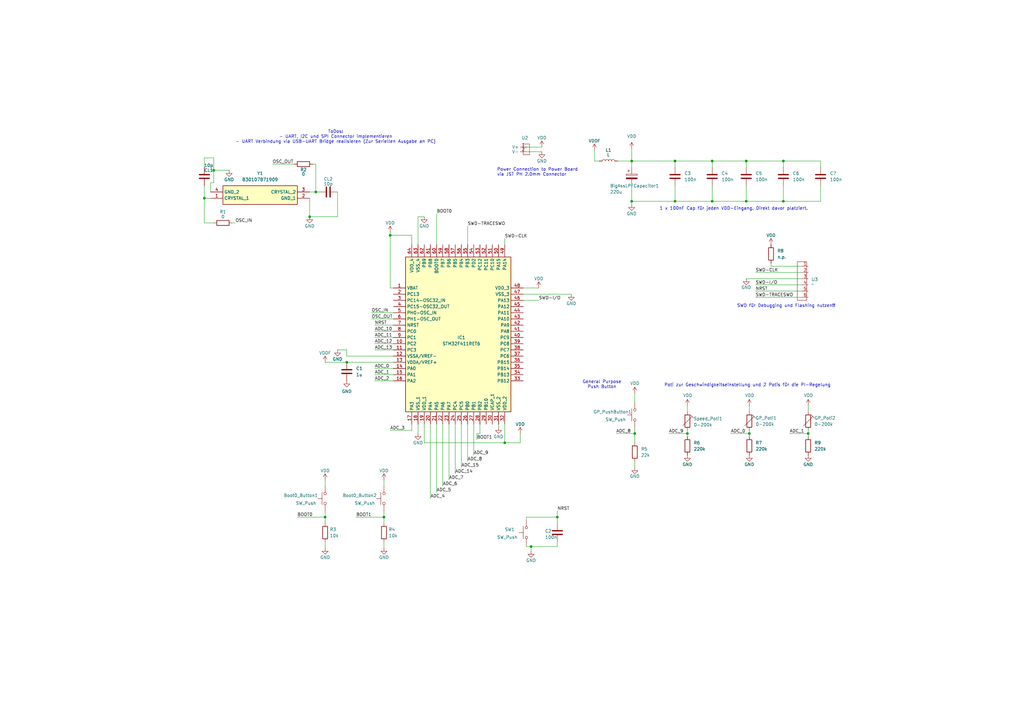
<source format=kicad_sch>
(kicad_sch (version 20231120) (generator "eeschema") (generator_version "8.0")
  (paper "A3")
  (lib_symbols
    (symbol "830107871909:830107871909"
      (property "Reference" "Y" (at 36.83 7.62 0))
      (property "Value" "830107871909" (at 36.83 5.08 0))
      (symbol "830107871909_1_1"
        (rectangle (start 5.08 2.54) (end 35.56 -5.08) (stroke (width 0.254)) (fill (type background)))
        (pin passive line (at 0 -2.54 0) (length 5.08) (name "CRYSTAL_1") (number "1"))
        (pin passive line (at 40.64 -2.54 180) (length 5.08) (name "GND_1") (number "2"))
        (pin passive line (at 40.64 0 180) (length 5.08) (name "CRYSTAL_2") (number "3"))
        (pin passive line (at 0 0 0) (length 5.08) (name "GND_2") (number "4"))
      )
    )
    (symbol "Device:C" (pin_numbers hide) (pin_names (offset 0.254))
      (property "Reference" "C" (at 0.635 2.54 0))
      (property "Value" "C" (at 0.635 -2.54 0))
      (symbol "C_0_1"
        (polyline (pts (xy -2.032 -0.762) (xy 2.032 -0.762)) (stroke (width 0.508)))
        (polyline (pts (xy -2.032 0.762) (xy 2.032 0.762)) (stroke (width 0.508)))
      )
      (symbol "C_1_1"
        (pin passive line (at 0 3.81 270) (length 2.794) (name "~") (number "1"))
        (pin passive line (at 0 -3.81 90) (length 2.794) (name "~") (number "2"))
      )
    )
    (symbol "Device:C_Polarized" (pin_numbers hide) (pin_names (offset 0.254))
      (property "Reference" "C" (at 0.635 2.54 0))
      (property "Value" "C_Polarized" (at 0.635 -2.54 0))
      (symbol "C_Polarized_0_1"
        (rectangle (start -2.286 0.508) (end 2.286 1.016))
        (polyline (pts (xy -1.778 2.286) (xy -0.762 2.286)))
        (polyline (pts (xy -1.27 2.794) (xy -1.27 1.778)))
        (rectangle (start 2.286 -0.508) (end -2.286 -1.016) (fill (type outline)))
      )
      (symbol "C_Polarized_1_1"
        (pin passive line (at 0 3.81 270) (length 2.794) (name "~") (number "1"))
        (pin passive line (at 0 -3.81 90) (length 2.794) (name "~") (number "2"))
      )
    )
    (symbol "Device:L" (pin_numbers hide) (pin_names (offset 1.016) hide)
      (property "Reference" "L" (at -1.27 0 90))
      (property "Value" "L" (at 1.905 0 90))
      (symbol "L_0_1"
        (arc (start 0 -2.54) (mid 0.6323 -1.905) (end 0 -1.27))
        (arc (start 0 -1.27) (mid 0.6323 -0.635) (end 0 0))
        (arc (start 0 0) (mid 0.6323 0.635) (end 0 1.27))
        (arc (start 0 1.27) (mid 0.6323 1.905) (end 0 2.54))
      )
      (symbol "L_1_1"
        (pin passive line (at 0 3.81 270) (length 1.27) (name "1") (number "1"))
        (pin passive line (at 0 -3.81 90) (length 1.27) (name "2") (number "2"))
      )
    )
    (symbol "Device:R" (pin_numbers hide) (pin_names (offset 0))
      (property "Reference" "R" (at 2.032 0 90))
      (property "Value" "R" (at 0 0 90))
      (symbol "R_0_1"
        (rectangle (start -1.016 -2.54) (end 1.016 2.54) (stroke (width 0.254)))
      )
      (symbol "R_1_1"
        (pin passive line (at 0 3.81 270) (length 1.27) (name "~") (number "1"))
        (pin passive line (at 0 -3.81 90) (length 1.27) (name "~") (number "2"))
      )
    )
    (symbol "Device:R_Trim" (pin_numbers hide) (pin_names (offset 0))
      (property "Reference" "R" (at 2.54 -2.54 90))
      (property "Value" "R_Trim" (at -2.54 -0.635 90))
      (symbol "R_Trim_0_1"
        (rectangle (start -1.016 -2.54) (end 1.016 2.54) (stroke (width 0.254)))
        (polyline (pts (xy -1.905 -1.905) (xy 1.905 1.905) (xy 2.54 1.27) (xy 1.27 2.54)))
      )
      (symbol "R_Trim_1_1"
        (pin passive line (at 0 3.81 270) (length 1.27) (name "~") (number "1"))
        (pin passive line (at 0 -3.81 90) (length 1.27) (name "~") (number "2"))
      )
    )
    (symbol "GND_1" (power) (pin_numbers hide) (pin_names (offset 0) hide)
      (property "Value" "GND" (at 0 -3.81 0))
      (symbol "GND_1_0_1"
        (polyline (pts (xy 0 0) (xy 0 -1.27) (xy 1.27 -1.27) (xy 0 -2.54) (xy -1.27 -1.27) (xy 0 -1.27)))
      )
      (symbol "GND_1_1_1"
        (pin power_in line (at 0 0 270) (length 0) (name "~") (number "1"))
      )
    )
    (symbol "GND_2" (power) (pin_numbers hide) (pin_names (offset 0) hide)
      (property "Value" "GND" (at 0 -3.81 0))
      (symbol "GND_2_0_1"
        (polyline (pts (xy 0 0) (xy 0 -1.27) (xy 1.27 -1.27) (xy 0 -2.54) (xy -1.27 -1.27) (xy 0 -1.27)))
      )
      (symbol "GND_2_1_1"
        (pin power_in line (at 0 0 270) (length 0) (name "~") (number "1"))
      )
    )
    (symbol "GND_3" (power) (pin_numbers hide) (pin_names (offset 0) hide)
      (property "Value" "GND" (at 0 -3.81 0))
      (symbol "GND_3_0_1"
        (polyline (pts (xy 0 0) (xy 0 -1.27) (xy 1.27 -1.27) (xy 0 -2.54) (xy -1.27 -1.27) (xy 0 -1.27)))
      )
      (symbol "GND_3_1_1"
        (pin power_in line (at 0 0 270) (length 0) (name "~") (number "1"))
      )
    )
    (symbol "JST_Connectors:JST-PH2.0mm"
      (property "Reference" "U" (at 0 0 0))
      (symbol "JST-PH2.0mm_0_1"
        (rectangle (start -1.27 1.27) (end 1.27 -3.175))
      )
      (symbol "JST-PH2.0mm_1_1"
        (pin input line (at 0 0 180) (length 2.54) (name "V+") (number "1"))
        (pin input line (at 0 -1.905 180) (length 2.54) (name "V-") (number "2"))
      )
    )
    (symbol "JST_Connectors:JST-PH_2mm_6Pin"
      (property "Reference" "U" (at 0 0 0))
      (symbol "JST-PH_2mm_6Pin_0_1"
        (rectangle (start -1.905 5.715) (end 1.905 -10.16))
      )
      (symbol "JST-PH_2mm_6Pin_1_1"
        (pin input line (at 0 3.81 0) (length 2.54) (name "") (number "1"))
        (pin input line (at 0 1.27 0) (length 2.54) (name "") (number "2"))
        (pin input line (at 0 -1.27 0) (length 2.54) (name "") (number "3"))
        (pin input line (at 0 -3.81 0) (length 2.54) (name "") (number "4"))
        (pin input line (at 0 -6.35 0) (length 2.54) (name "") (number "5"))
        (pin input line (at 0 -8.89 0) (length 2.54) (name "") (number "6"))
      )
    )
    (symbol "STM32F411RET6:STM32F411RET6"
      (property "Reference" "IC" (at 49.53 17.78 0))
      (property "Value" "STM32F411RET6" (at 49.53 15.24 0))
      (symbol "STM32F411RET6_1_1"
        (rectangle (start 5.08 12.7) (end 48.26 -50.8) (stroke (width 0.254)) (fill (type background)))
        (pin passive line (at 0 0 0) (length 5.08) (name "VBAT") (number "1"))
        (pin passive line (at 0 -22.86 0) (length 5.08) (name "PC2") (number "10"))
        (pin passive line (at 0 -25.4 0) (length 5.08) (name "PC3") (number "11"))
        (pin passive line (at 0 -27.94 0) (length 5.08) (name "VSSA/VREF-") (number "12"))
        (pin passive line (at 0 -30.48 0) (length 5.08) (name "VDDA/VREF+") (number "13"))
        (pin passive line (at 0 -33.02 0) (length 5.08) (name "PA0") (number "14"))
        (pin passive line (at 0 -35.56 0) (length 5.08) (name "PA1") (number "15"))
        (pin passive line (at 0 -38.1 0) (length 5.08) (name "PA2") (number "16"))
        (pin passive line (at 7.62 -55.88 90) (length 5.08) (name "PA3") (number "17"))
        (pin passive line (at 10.16 -55.88 90) (length 5.08) (name "VSS_1") (number "18"))
        (pin passive line (at 12.7 -55.88 90) (length 5.08) (name "VDD_1") (number "19"))
        (pin passive line (at 0 -2.54 0) (length 5.08) (name "PC13") (number "2"))
        (pin passive line (at 15.24 -55.88 90) (length 5.08) (name "PA4") (number "20"))
        (pin passive line (at 17.78 -55.88 90) (length 5.08) (name "PA5") (number "21"))
        (pin passive line (at 20.32 -55.88 90) (length 5.08) (name "PA6") (number "22"))
        (pin passive line (at 22.86 -55.88 90) (length 5.08) (name "PA7") (number "23"))
        (pin passive line (at 25.4 -55.88 90) (length 5.08) (name "PC4") (number "24"))
        (pin passive line (at 27.94 -55.88 90) (length 5.08) (name "PC5") (number "25"))
        (pin passive line (at 30.48 -55.88 90) (length 5.08) (name "PB0") (number "26"))
        (pin passive line (at 33.02 -55.88 90) (length 5.08) (name "PB1") (number "27"))
        (pin passive line (at 35.56 -55.88 90) (length 5.08) (name "PB2") (number "28"))
        (pin passive line (at 38.1 -55.88 90) (length 5.08) (name "PB10") (number "29"))
        (pin passive line (at 0 -5.08 0) (length 5.08) (name "PC14-OSC32_IN") (number "3"))
        (pin passive line (at 40.64 -55.88 90) (length 5.08) (name "VCAP_1") (number "30"))
        (pin passive line (at 43.18 -55.88 90) (length 5.08) (name "VSS_2") (number "31"))
        (pin passive line (at 45.72 -55.88 90) (length 5.08) (name "VDD_2") (number "32"))
        (pin passive line (at 53.34 -38.1 180) (length 5.08) (name "PB12") (number "33"))
        (pin passive line (at 53.34 -35.56 180) (length 5.08) (name "PB13") (number "34"))
        (pin passive line (at 53.34 -33.02 180) (length 5.08) (name "PB14") (number "35"))
        (pin passive line (at 53.34 -30.48 180) (length 5.08) (name "PB15") (number "36"))
        (pin passive line (at 53.34 -27.94 180) (length 5.08) (name "PC6") (number "37"))
        (pin passive line (at 53.34 -25.4 180) (length 5.08) (name "PC7") (number "38"))
        (pin passive line (at 53.34 -22.86 180) (length 5.08) (name "PC8") (number "39"))
        (pin passive line (at 0 -7.62 0) (length 5.08) (name "PC15-OSC32_OUT") (number "4"))
        (pin passive line (at 53.34 -20.32 180) (length 5.08) (name "PC9") (number "40"))
        (pin passive line (at 53.34 -17.78 180) (length 5.08) (name "PA8") (number "41"))
        (pin passive line (at 53.34 -15.24 180) (length 5.08) (name "PA9") (number "42"))
        (pin passive line (at 53.34 -12.7 180) (length 5.08) (name "PA10") (number "43"))
        (pin passive line (at 53.34 -10.16 180) (length 5.08) (name "PA11") (number "44"))
        (pin passive line (at 53.34 -7.62 180) (length 5.08) (name "PA12") (number "45"))
        (pin passive line (at 53.34 -5.08 180) (length 5.08) (name "PA13") (number "46"))
        (pin passive line (at 53.34 -2.54 180) (length 5.08) (name "VSS_3") (number "47"))
        (pin passive line (at 53.34 0 180) (length 5.08) (name "VDD_3") (number "48"))
        (pin passive line (at 45.72 17.78 270) (length 5.08) (name "PA14") (number "49"))
        (pin passive line (at 0 -10.16 0) (length 5.08) (name "PH0-OSC_IN") (number "5"))
        (pin passive line (at 43.18 17.78 270) (length 5.08) (name "PA15") (number "50"))
        (pin passive line (at 40.64 17.78 270) (length 5.08) (name "PC10") (number "51"))
        (pin passive line (at 38.1 17.78 270) (length 5.08) (name "PC11") (number "52"))
        (pin passive line (at 35.56 17.78 270) (length 5.08) (name "PC12") (number "53"))
        (pin passive line (at 33.02 17.78 270) (length 5.08) (name "PD2") (number "54"))
        (pin passive line (at 30.48 17.78 270) (length 5.08) (name "PB3") (number "55"))
        (pin passive line (at 27.94 17.78 270) (length 5.08) (name "PB4") (number "56"))
        (pin passive line (at 25.4 17.78 270) (length 5.08) (name "PB5") (number "57"))
        (pin passive line (at 22.86 17.78 270) (length 5.08) (name "PB6") (number "58"))
        (pin passive line (at 20.32 17.78 270) (length 5.08) (name "PB7") (number "59"))
        (pin passive line (at 0 -12.7 0) (length 5.08) (name "PH1-OSC_OUT") (number "6"))
        (pin passive line (at 17.78 17.78 270) (length 5.08) (name "BOOT0") (number "60"))
        (pin passive line (at 15.24 17.78 270) (length 5.08) (name "PB8") (number "61"))
        (pin passive line (at 12.7 17.78 270) (length 5.08) (name "PB9") (number "62"))
        (pin passive line (at 10.16 17.78 270) (length 5.08) (name "VSS_4") (number "63"))
        (pin passive line (at 7.62 17.78 270) (length 5.08) (name "VDD_4") (number "64"))
        (pin passive line (at 0 -15.24 0) (length 5.08) (name "NRST") (number "7"))
        (pin passive line (at 0 -17.78 0) (length 5.08) (name "PC0") (number "8"))
        (pin passive line (at 0 -20.32 0) (length 5.08) (name "PC1") (number "9"))
      )
    )
    (symbol "Switch:SW_Push" (pin_numbers hide) (pin_names (offset 1.016) hide)
      (property "Reference" "SW" (at 1.27 2.54 0))
      (property "Value" "SW_Push" (at 0 -1.524 0))
      (symbol "SW_Push_0_1"
        (circle (center -2.032 0) (radius 0.508))
        (polyline (pts (xy 0 1.27) (xy 0 3.048)))
        (polyline (pts (xy 2.54 1.27) (xy -2.54 1.27)))
        (circle (center 2.032 0) (radius 0.508))
        (pin passive line (at -5.08 0 0) (length 2.54) (name "1") (number "1"))
        (pin passive line (at 5.08 0 180) (length 2.54) (name "2") (number "2"))
      )
    )
    (symbol "VDD_1" (power) (pin_numbers hide) (pin_names (offset 0) hide)
      (property "Value" "VDD" (at 0 3.556 0))
      (symbol "VDD_1_0_1"
        (polyline (pts (xy -0.762 1.27) (xy 0 2.54)))
        (polyline (pts (xy 0 0) (xy 0 2.54)))
        (polyline (pts (xy 0 2.54) (xy 0.762 1.27)))
      )
      (symbol "VDD_1_1_1"
        (pin power_in line (at 0 0 90) (length 0) (name "~") (number "1"))
      )
    )
    (symbol "VDD_2" (power) (pin_numbers hide) (pin_names (offset 0) hide)
      (property "Value" "VDD" (at 0 3.556 0))
      (symbol "VDD_2_0_1"
        (polyline (pts (xy -0.762 1.27) (xy 0 2.54)))
        (polyline (pts (xy 0 0) (xy 0 2.54)))
        (polyline (pts (xy 0 2.54) (xy 0.762 1.27)))
      )
      (symbol "VDD_2_1_1"
        (pin power_in line (at 0 0 90) (length 0) (name "~") (number "1"))
      )
    )
    (symbol "power:GND" (power) (pin_names (offset 0))
      (property "Value" "GND" (at 0 -3.81 0))
      (symbol "GND_0_1"
        (polyline (pts (xy 0 0) (xy 0 -1.27) (xy 1.27 -1.27) (xy 0 -2.54) (xy -1.27 -1.27) (xy 0 -1.27)))
      )
      (symbol "GND_1_1"
        (pin power_in line (at 0 0 270) (length 0) hide (name "GND") (number "1"))
      )
    )
    (symbol "power:VDD" (power) (pin_names (offset 0))
      (property "Value" "VDD" (at 0 3.81 0))
      (symbol "VDD_0_1"
        (polyline (pts (xy -0.762 1.27) (xy 0 2.54)))
        (polyline (pts (xy 0 0) (xy 0 2.54)))
        (polyline (pts (xy 0 2.54) (xy 0.762 1.27)))
      )
      (symbol "VDD_1_1"
        (pin power_in line (at 0 0 90) (length 0) hide (name "VDD") (number "1"))
      )
    )
    (symbol "power:VDDF" (power) (pin_names (offset 0))
      (property "Value" "VDDF" (at 0 3.81 0))
      (symbol "VDDF_0_1"
        (polyline (pts (xy -0.762 1.27) (xy 0 2.54)))
        (polyline (pts (xy 0 0) (xy 0 2.54)))
        (polyline (pts (xy 0 2.54) (xy 0.762 1.27)))
      )
      (symbol "VDDF_1_1"
        (pin power_in line (at 0 0 90) (length 0) hide (name "VDDF") (number "1"))
      )
    )
  )
  (junction (at 217.805 224.155))
  (junction (at 259.08 66.04))
  (junction (at 259.08 82.55))
  (junction (at 133.35 212.09))
  (junction (at 160.02 96.52))
  (junction (at 292.1 82.55))
  (junction (at 331.47 177.8))
  (junction (at 321.31 82.55))
  (junction (at 306.07 82.55))
  (junction (at 276.86 82.55))
  (junction (at 129.54 78.74))
  (junction (at 260.35 177.8))
  (junction (at 307.34 177.8))
  (junction (at 142.24 148.59))
  (junction (at 83.82 81.28))
  (junction (at 207.01 181.61))
  (junction (at 228.6 212.09))
  (junction (at 281.94 177.8))
  (junction (at 87.63 69.85))
  (junction (at 276.86 66.04))
  (junction (at 321.31 66.04))
  (junction (at 157.48 212.09))
  (junction (at 292.1 66.04))
  (junction (at 127 88.9))
  (junction (at 306.07 66.04))
  (wire (pts (xy 316.23 109.22) (xy 328.93 109.22)))
  (wire (pts (xy 127 78.74) (xy 129.54 78.74)))
  (wire (pts (xy 184.15 173.99) (xy 184.15 196.85)))
  (wire (pts (xy 228.6 222.25) (xy 228.6 224.155)))
  (wire (pts (xy 173.99 88.9) (xy 171.45 88.9)))
  (wire (pts (xy 129.54 67.31) (xy 129.54 78.74)))
  (wire (pts (xy 207.01 173.99) (xy 207.01 181.61)))
  (wire (pts (xy 87.63 91.44) (xy 83.82 91.44)))
  (wire (pts (xy 138.43 78.74) (xy 138.43 88.9)))
  (wire (pts (xy 306.07 82.55) (xy 321.31 82.55)))
  (wire (pts (xy 195.58 177.8) (xy 195.58 180.34)))
  (wire (pts (xy 196.85 177.8) (xy 196.85 173.99)))
  (wire (pts (xy 121.92 212.09) (xy 133.35 212.09)))
  (wire (pts (xy 189.23 173.99) (xy 189.23 191.77)))
  (wire (pts (xy 127 81.28) (xy 127 88.9)))
  (wire (pts (xy 128.27 67.31) (xy 129.54 67.31)))
  (wire (pts (xy 228.6 209.55) (xy 228.6 212.09)))
  (wire (pts (xy 331.47 177.8) (xy 331.47 179.07)))
  (wire (pts (xy 306.07 76.2) (xy 306.07 82.55)))
  (wire (pts (xy 292.1 66.04) (xy 292.1 68.58)))
  (wire (pts (xy 160.02 96.52) (xy 168.91 96.52)))
  (wire (pts (xy 160.02 95.25) (xy 160.02 96.52)))
  (wire (pts (xy 153.67 143.51) (xy 161.29 143.51)))
  (wire (pts (xy 260.35 189.23) (xy 260.35 191.77)))
  (wire (pts (xy 260.35 175.26) (xy 260.35 177.8)))
  (wire (pts (xy 171.45 88.9) (xy 171.45 100.33)))
  (wire (pts (xy 179.07 87.63) (xy 179.07 100.33)))
  (wire (pts (xy 307.34 166.37) (xy 307.34 168.91)))
  (wire (pts (xy 228.6 224.155) (xy 217.805 224.155)))
  (wire (pts (xy 259.08 60.96) (xy 259.08 66.04)))
  (wire (pts (xy 86.36 74.93) (xy 87.63 74.93)))
  (wire (pts (xy 142.24 143.51) (xy 142.24 146.05)))
  (wire (pts (xy 157.48 196.85) (xy 157.48 199.39)))
  (wire (pts (xy 142.24 148.59) (xy 161.29 148.59)))
  (wire (pts (xy 191.77 92.71) (xy 191.77 100.33)))
  (wire (pts (xy 245.745 66.04) (xy 243.84 66.04)))
  (wire (pts (xy 243.84 66.04) (xy 243.84 61.595)))
  (wire (pts (xy 146.05 212.09) (xy 157.48 212.09)))
  (wire (pts (xy 281.94 176.53) (xy 281.94 177.8)))
  (wire (pts (xy 214.63 123.19) (xy 220.98 123.19)))
  (wire (pts (xy 307.34 177.8) (xy 307.34 179.07)))
  (wire (pts (xy 95.25 91.44) (xy 96.52 91.44)))
  (wire (pts (xy 153.67 153.67) (xy 161.29 153.67)))
  (wire (pts (xy 207.01 181.61) (xy 213.36 181.61)))
  (wire (pts (xy 83.82 76.2) (xy 83.82 81.28)))
  (wire (pts (xy 281.94 166.37) (xy 281.94 168.91)))
  (wire (pts (xy 274.32 177.8) (xy 281.94 177.8)))
  (wire (pts (xy 299.72 177.8) (xy 307.34 177.8)))
  (wire (pts (xy 215.9 60.325) (xy 222.25 60.325)))
  (wire (pts (xy 316.23 107.95) (xy 316.23 109.22)))
  (wire (pts (xy 133.35 148.59) (xy 142.24 148.59)))
  (wire (pts (xy 153.67 151.13) (xy 161.29 151.13)))
  (wire (pts (xy 276.86 82.55) (xy 292.1 82.55)))
  (wire (pts (xy 133.35 209.55) (xy 133.35 212.09)))
  (wire (pts (xy 259.08 66.04) (xy 276.86 66.04)))
  (wire (pts (xy 153.67 135.89) (xy 161.29 135.89)))
  (wire (pts (xy 194.31 173.99) (xy 194.31 186.69)))
  (wire (pts (xy 213.36 181.61) (xy 213.36 177.8)))
  (wire (pts (xy 83.82 91.44) (xy 83.82 81.28)))
  (wire (pts (xy 307.34 176.53) (xy 307.34 177.8)))
  (wire (pts (xy 153.67 140.97) (xy 161.29 140.97)))
  (wire (pts (xy 160.02 118.11) (xy 161.29 118.11)))
  (wire (pts (xy 160.02 96.52) (xy 160.02 118.11)))
  (wire (pts (xy 321.31 66.04) (xy 336.55 66.04)))
  (wire (pts (xy 321.31 76.2) (xy 321.31 82.55)))
  (wire (pts (xy 306.07 66.04) (xy 306.07 68.58)))
  (wire (pts (xy 292.1 82.55) (xy 306.07 82.55)))
  (wire (pts (xy 228.6 212.09) (xy 228.6 214.63)))
  (wire (pts (xy 306.07 66.04) (xy 321.31 66.04)))
  (wire (pts (xy 214.63 118.11) (xy 220.98 118.11)))
  (wire (pts (xy 160.02 176.53) (xy 168.91 176.53)))
  (wire (pts (xy 195.58 177.8) (xy 196.85 177.8)))
  (wire (pts (xy 253.365 66.04) (xy 259.08 66.04)))
  (wire (pts (xy 215.9 224.155) (xy 217.805 224.155)))
  (wire (pts (xy 207.01 97.79) (xy 207.01 100.33)))
  (wire (pts (xy 259.08 82.55) (xy 259.08 83.82)))
  (wire (pts (xy 138.43 88.9) (xy 127 88.9)))
  (wire (pts (xy 323.85 177.8) (xy 331.47 177.8)))
  (wire (pts (xy 153.67 133.35) (xy 161.29 133.35)))
  (wire (pts (xy 87.63 74.93) (xy 87.63 69.85)))
  (wire (pts (xy 259.08 66.04) (xy 259.08 68.58)))
  (wire (pts (xy 83.82 68.58) (xy 83.82 64.77)))
  (wire (pts (xy 176.53 173.99) (xy 176.53 204.47)))
  (wire (pts (xy 181.61 173.99) (xy 181.61 199.39)))
  (wire (pts (xy 215.9 62.23) (xy 222.25 62.23)))
  (wire (pts (xy 152.4 128.27) (xy 161.29 128.27)))
  (wire (pts (xy 214.63 120.65) (xy 234.315 120.65)))
  (wire (pts (xy 157.48 222.25) (xy 157.48 224.79)))
  (wire (pts (xy 260.35 161.29) (xy 260.35 165.1)))
  (wire (pts (xy 153.67 156.21) (xy 161.29 156.21)))
  (wire (pts (xy 306.07 114.3) (xy 328.93 114.3)))
  (wire (pts (xy 186.69 173.99) (xy 186.69 194.31)))
  (wire (pts (xy 138.43 143.51) (xy 142.24 143.51)))
  (wire (pts (xy 87.63 69.85) (xy 87.63 64.77)))
  (wire (pts (xy 252.73 177.8) (xy 260.35 177.8)))
  (wire (pts (xy 152.4 130.81) (xy 161.29 130.81)))
  (wire (pts (xy 309.88 119.38) (xy 328.93 119.38)))
  (wire (pts (xy 179.07 173.99) (xy 179.07 201.93)))
  (wire (pts (xy 217.805 224.155) (xy 217.805 226.06)))
  (wire (pts (xy 86.36 78.74) (xy 86.36 74.93)))
  (wire (pts (xy 215.9 212.09) (xy 215.9 213.36)))
  (wire (pts (xy 153.67 138.43) (xy 161.29 138.43)))
  (wire (pts (xy 281.94 177.8) (xy 281.94 179.07)))
  (wire (pts (xy 133.35 196.85) (xy 133.35 199.39)))
  (wire (pts (xy 129.54 78.74) (xy 130.81 78.74)))
  (wire (pts (xy 168.91 176.53) (xy 168.91 173.99)))
  (wire (pts (xy 260.35 177.8) (xy 260.35 181.61)))
  (wire (pts (xy 321.31 66.04) (xy 321.31 68.58)))
  (wire (pts (xy 309.88 111.76) (xy 328.93 111.76)))
  (wire (pts (xy 191.77 173.99) (xy 191.77 189.23)))
  (wire (pts (xy 215.9 212.09) (xy 228.6 212.09)))
  (wire (pts (xy 276.86 66.04) (xy 292.1 66.04)))
  (wire (pts (xy 87.63 69.85) (xy 93.98 69.85)))
  (wire (pts (xy 331.47 176.53) (xy 331.47 177.8)))
  (wire (pts (xy 111.76 67.31) (xy 120.65 67.31)))
  (wire (pts (xy 83.82 81.28) (xy 86.36 81.28)))
  (wire (pts (xy 168.91 96.52) (xy 168.91 100.33)))
  (wire (pts (xy 259.08 82.55) (xy 276.86 82.55)))
  (wire (pts (xy 321.31 82.55) (xy 336.55 82.55)))
  (wire (pts (xy 142.24 146.05) (xy 161.29 146.05)))
  (wire (pts (xy 157.48 209.55) (xy 157.48 212.09)))
  (wire (pts (xy 292.1 66.04) (xy 306.07 66.04)))
  (wire (pts (xy 309.88 116.84) (xy 328.93 116.84)))
  (wire (pts (xy 309.88 121.92) (xy 328.93 121.92)))
  (wire (pts (xy 133.35 222.25) (xy 133.35 224.79)))
  (wire (pts (xy 259.08 76.2) (xy 259.08 82.55)))
  (wire (pts (xy 336.55 68.58) (xy 336.55 66.04)))
  (wire (pts (xy 276.86 68.58) (xy 276.86 66.04)))
  (wire (pts (xy 292.1 76.2) (xy 292.1 82.55)))
  (wire (pts (xy 157.48 212.09) (xy 157.48 214.63)))
  (wire (pts (xy 83.82 64.77) (xy 87.63 64.77)))
  (wire (pts (xy 171.45 173.99) (xy 171.45 177.8)))
  (wire (pts (xy 276.86 76.2) (xy 276.86 82.55)))
  (wire (pts (xy 336.55 76.2) (xy 336.55 82.55)))
  (wire (pts (xy 204.47 173.99) (xy 204.47 175.26)))
  (wire (pts (xy 173.99 173.99) (xy 173.99 181.61)))
  (wire (pts (xy 133.35 212.09) (xy 133.35 214.63)))
  (wire (pts (xy 331.47 166.37) (xy 331.47 168.91)))
  (wire (pts (xy 215.9 223.52) (xy 215.9 224.155)))
  (wire (pts (xy 173.99 181.61) (xy 207.01 181.61)))
  (text "Power Connection to Power Board\nvia JST PH 2.0mm Connector\n" (at 203.835 72.39 0) (effects (font (size 1.27 1.27)) (justify left bottom)))
  (text "ToDos:\n- UART, I2C und SPI Connector implementieren\n- UART Verbindung via USB-UART Bridge realisieren (Zur Seriellen Ausgabe an PC)" (at 137.668 56.134 0) (effects (font (size 1.27 1.27))))
  (text "Poti zur Geschwindigkeitseinstellung und 2 Potis für die PI-Regelung" (at 272.415 158.75 0) (effects (font (size 1.27 1.27)) (justify left bottom)))
  (text "General Purpose\nPush Button" (at 246.888 157.734 0) (effects (font (size 1.27 1.27))))
  (text "1 x 100nF Cap für jeden VDD-Eingang. Direkt davor platziert." (at 270.51 86.36 0) (effects (font (size 1.27 1.27)) (justify left bottom)))
  (text "SWD für Debugging und Flashing nutzen!!" (at 302.26 126.238 0) (effects (font (size 1.27 1.27)) (justify left bottom)))
  (label "ADC_13" (at 153.67 143.51 0))
  (label "ADC_4" (at 176.53 204.47 0))
  (label "ADC_14" (at 186.69 194.31 0))
  (label "ADC_10" (at 153.67 135.89 0))
  (label "NRST" (at 153.67 133.35 0))
  (label "BOOT1" (at 146.05 212.09 0))
  (label "BOOT1" (at 195.58 180.34 0))
  (label "ADC_15" (at 189.23 191.77 0))
  (label "ADC_1" (at 323.85 177.8 0))
  (label "ADC_9" (at 194.31 186.69 0))
  (label "ADC_8" (at 191.77 189.23 0))
  (label "BOOT0" (at 121.92 212.09 0))
  (label "ADC_8" (at 252.73 177.8 0))
  (label "BOOT0" (at 179.07 87.63 0))
  (label "ADC_5" (at 179.07 201.93 0))
  (label "SWD-I{slash}O" (at 220.98 123.19 0))
  (label "SWD-I{slash}O" (at 309.88 116.84 0))
  (label "ADC_0" (at 299.72 177.8 0))
  (label "ADC_1" (at 153.67 153.67 0))
  (label "SWD-TRACESWO" (at 191.77 92.71 0))
  (label "NRST" (at 309.88 119.38 0))
  (label "NRST" (at 228.6 209.55 0))
  (label "ADC_12" (at 153.67 140.97 0))
  (label "OSC_OUT" (at 152.4 130.81 0))
  (label "OSC_OUT" (at 111.76 67.31 0))
  (label "OSC_IN" (at 96.52 91.44 0))
  (label "ADC_6" (at 181.61 199.39 0))
  (label "ADC_7" (at 184.15 196.85 0))
  (label "ADC_2" (at 153.67 156.21 0))
  (label "ADC_9" (at 274.32 177.8 0))
  (label "SWD-TRACESWO" (at 309.88 121.92 0))
  (label "OSC_IN" (at 152.4 128.27 0))
  (label "ADC_11" (at 153.67 138.43 0))
  (label "SWD-CLK" (at 309.88 111.76 0))
  (label "ADC_3" (at 160.02 176.53 0))
  (label "SWD-CLK" (at 207.01 97.79 0))
  (label "ADC_0" (at 153.67 151.13 0))
  (symbol (lib_id "power:VDD") (at 307.34 166.37 0) (unit 1)
    (property "Reference" "#PWR028" (effects (hide yes)))
    (property "Value" "VDD" (at 307.467 162.179 0))
  )
  (symbol (lib_id "power:VDD") (at 222.25 60.325 0) (unit 1)
    (property "Reference" "#PWR017" (effects (hide yes)))
    (property "Value" "VDD" (at 222.25 56.515 0))
  )
  (symbol (lib_id "Device:C") (at 228.6 218.44 0) (unit 1)
    (property "Reference" "C2" (at 223.52 217.805 0) (effects (justify left)))
    (property "Value" "100n" (at 223.52 220.345 0) (effects (justify left)))
  )
  (symbol (lib_name "GND_2") (lib_id "power:GND") (at 306.07 114.3 0) (unit 1)
    (property "Reference" "#PWR027" (effects (hide yes)))
    (property "Value" "GND" (at 306.07 117.856 0))
    (property "Description" "Power symbol creates a global label with name \"GND\" , ground" (effects (hide yes)))
  )
  (symbol (lib_id "power:VDD") (at 160.02 95.25 0) (unit 1)
    (property "Reference" "#PWR010" (effects (hide yes)))
    (property "Value" "VDD" (at 160.02 91.44 0))
  )
  (symbol (lib_id "Device:R") (at 133.35 218.44 0) (unit 1)
    (property "Reference" "R3" (at 135.255 217.17 0) (effects (justify left)))
    (property "Value" "10k" (at 135.255 219.71 0) (effects (justify left)))
  )
  (symbol (lib_id "power:VDD") (at 259.08 60.96 0) (unit 1)
    (property "Reference" "#PWR021" (effects (hide yes)))
    (property "Value" "VDD" (at 259.08 55.88 0))
  )
  (symbol (lib_name "GND_3") (lib_id "power:GND") (at 142.24 156.21 0) (unit 1)
    (property "Reference" "#PWR07" (effects (hide yes)))
    (property "Value" "GND" (at 142.24 160.528 0))
    (property "Description" "Power symbol creates a global label with name \"GND\" , ground" (effects (hide yes)))
  )
  (symbol (lib_id "power:GND") (at 173.99 88.9 0) (unit 1)
    (property "Reference" "#PWR012" (effects (hide yes)))
    (property "Value" "GND" (at 173.99 92.71 0))
  )
  (symbol (lib_id "STM32F411RET6:STM32F411RET6") (at 161.29 118.11 0) (unit 1)
    (property "Reference" "IC1" (at 189.23 138.43 0))
    (property "Value" "STM32F411RET6" (at 189.23 140.97 0))
    (property "Footprint" "QFP50P1200X1200X160-64N" (effects (hide yes)))
    (property "Height" "1.6" (effects (hide yes)))
    (property "Mouser Part Number" "511-STM32F411RET6" (effects (hide yes)))
    (property "Mouser Price/Stock" "https://www.mouser.co.uk/ProductDetail/STMicroelectronics/STM32F411RET6?qs=pjMTYa9MTGWrHTmziD2M%2Fg%3D%3D" (effects (hide yes)))
    (property "Manufacturer_Name" "STMicroelectronics" (effects (hide yes)))
    (property "Manufacturer_Part_Number" "STM32F411RET6" (effects (hide yes)))
  )
  (symbol (lib_id "Device:C") (at 321.31 72.39 0) (unit 1)
    (property "Reference" "C6" (at 325.12 71.12 0) (effects (justify left)))
    (property "Value" "100n" (at 325.12 73.66 0) (effects (justify left)))
  )
  (symbol (lib_id "JST_Connectors:JST-PH2.0mm") (at 215.9 60.325 0) (unit 1)
    (property "Reference" "U2" (at 215.265 56.515 0))
    (property "Value" "~" (at 215.9 60.325 0))
  )
  (symbol (lib_id "Switch:SW_Push") (at 260.35 170.18 90) (unit 1)
    (property "Reference" "GP_PushButton1" (at 243.332 168.91 90) (effects (justify right)))
    (property "Value" "SW_Push" (at 248.285 172.085 90) (effects (justify right)))
  )
  (symbol (lib_id "Device:R") (at 91.44 91.44 90) (unit 1)
    (property "Reference" "R1" (at 91.44 86.868 90))
    (property "Value" "0" (at 91.44 88.9 90))
    (property "Description" "Resistor" (effects (hide yes)))
  )
  (symbol (lib_id "Switch:SW_Push") (at 133.35 204.47 90) (unit 1)
    (property "Reference" "Boot0_Button1" (at 116.332 203.2 90) (effects (justify right)))
    (property "Value" "SW_Push" (at 121.285 206.375 90) (effects (justify right)))
  )
  (symbol (lib_id "Switch:SW_Push") (at 215.9 218.44 90) (unit 1)
    (property "Reference" "SW1" (at 207.01 217.17 90) (effects (justify right)))
    (property "Value" "SW_Push" (at 203.835 220.345 90) (effects (justify right)))
  )
  (symbol (lib_id "Device:R") (at 124.46 67.31 90) (unit 1)
    (property "Reference" "R2" (at 124.46 69.596 90))
    (property "Value" "0" (at 124.46 71.374 90))
    (property "Description" "Resistor" (effects (hide yes)))
  )
  (symbol (lib_id "Device:R_Trim") (at 281.94 172.72 0) (unit 1)
    (property "Reference" "Speed_Poti1" (at 284.48 171.704 0) (effects (justify left)))
    (property "Value" "0-200k" (at 284.48 174.244 0) (effects (justify left)))
  )
  (symbol (lib_id "power:GND") (at 234.315 120.65 0) (unit 1)
    (property "Reference" "#PWR019" (effects (hide yes)))
    (property "Value" "GND" (at 234.315 124.46 0))
  )
  (symbol (lib_id "Device:C") (at 276.86 72.39 0) (unit 1)
    (property "Reference" "C3" (at 280.67 71.12 0) (effects (justify left)))
    (property "Value" "100n" (at 280.67 73.66 0) (effects (justify left)))
  )
  (symbol (lib_id "power:VDDF") (at 243.84 61.595 0) (unit 1)
    (property "Reference" "#PWR020" (effects (hide yes)))
    (property "Value" "VDDF" (at 243.84 57.785 0))
  )
  (symbol (lib_id "JST_Connectors:JST-PH_2mm_6Pin") (at 328.93 113.03 0) (unit 1)
    (property "Reference" "U3" (at 332.74 114.6174 0) (effects (justify left)))
    (property "Value" "~" (at 332.74 116.5225 0) (effects (justify left)))
  )
  (symbol (lib_id "power:GND") (at 171.45 177.8 0) (unit 1)
    (property "Reference" "#PWR011" (effects (hide yes)))
    (property "Value" "GND" (at 171.45 181.61 0))
  )
  (symbol (lib_id "Device:R_Trim") (at 307.34 172.72 0) (unit 1)
    (property "Reference" "GP_Poti1" (at 309.88 171.45 0) (effects (justify left)))
    (property "Value" "0-200k" (at 309.88 173.99 0) (effects (justify left)))
  )
  (symbol (lib_id "power:GND") (at 222.25 62.23 0) (unit 1)
    (property "Reference" "#PWR018" (effects (hide yes)))
    (property "Value" "GND" (at 222.25 66.04 0))
  )
  (symbol (lib_id "power:GND") (at 331.47 186.69 0) (unit 1)
    (property "Reference" "#PWR032" (effects (hide yes)))
    (property "Value" "GND" (at 331.47 190.5 0))
  )
  (symbol (lib_id "power:VDD") (at 220.98 118.11 0) (unit 1)
    (property "Reference" "#PWR016" (effects (hide yes)))
    (property "Value" "VDD" (at 220.98 114.3 0))
  )
  (symbol (lib_name "VDD_2") (lib_id "power:VDD") (at 316.23 100.33 0) (unit 1)
    (property "Reference" "#PWR030" (effects (hide yes)))
    (property "Value" "VDD" (at 316.23 96.52 0))
    (property "Description" "Power symbol creates a global label with name \"VDD\"" (effects (hide yes)))
  )
  (symbol (lib_id "power:VDDF") (at 133.35 148.59 0) (unit 1)
    (property "Reference" "#PWR03" (effects (hide yes)))
    (property "Value" "VDDF" (at 133.35 144.78 0))
  )
  (symbol (lib_id "power:GND") (at 204.47 175.26 0) (unit 1)
    (property "Reference" "#PWR013" (effects (hide yes)))
    (property "Value" "GND" (at 204.47 179.07 0))
  )
  (symbol (lib_id "Device:C") (at 83.82 72.39 180) (unit 1)
    (property "Reference" "CL1" (at 85.598 69.85 0))
    (property "Value" "10p" (at 85.598 67.818 0))
    (property "Description" "Unpolarized capacitor" (effects (hide yes)))
  )
  (symbol (lib_id "power:VDD") (at 213.36 177.8 0) (unit 1)
    (property "Reference" "#PWR014" (effects (hide yes)))
    (property "Value" "VDD" (at 213.36 173.99 0))
  )
  (symbol (lib_id "Device:C") (at 134.62 78.74 90) (unit 1)
    (property "Reference" "CL2" (at 134.62 73.406 90))
    (property "Value" "10p" (at 134.62 75.438 90))
    (property "Description" "Unpolarized capacitor" (effects (hide yes)))
  )
  (symbol (lib_id "Device:C") (at 306.07 72.39 0) (unit 1)
    (property "Reference" "C5" (at 309.88 71.12 0) (effects (justify left)))
    (property "Value" "100n" (at 309.88 73.66 0) (effects (justify left)))
  )
  (symbol (lib_id "Device:R") (at 331.47 182.88 0) (unit 1)
    (property "Reference" "R9" (at 334.01 181.61 0) (effects (justify left)))
    (property "Value" "220k" (at 334.01 184.15 0) (effects (justify left)))
  )
  (symbol (lib_id "Device:C") (at 336.55 72.39 0) (unit 1)
    (property "Reference" "C7" (at 340.36 71.12 0) (effects (justify left)))
    (property "Value" "100n" (at 340.36 73.66 0) (effects (justify left)))
  )
  (symbol (lib_id "Device:C") (at 292.1 72.39 0) (unit 1)
    (property "Reference" "C4" (at 295.91 71.12 0) (effects (justify left)))
    (property "Value" "100n" (at 295.91 73.66 0) (effects (justify left)))
  )
  (symbol (lib_id "Device:R") (at 281.94 182.88 0) (unit 1)
    (property "Reference" "R6" (at 284.48 181.61 0) (effects (justify left)))
    (property "Value" "220k" (at 284.48 184.15 0) (effects (justify left)))
  )
  (symbol (lib_id "power:VDD") (at 331.47 166.37 0) (unit 1)
    (property "Reference" "#PWR031" (effects (hide yes)))
    (property "Value" "VDD" (at 331.597 162.179 0))
  )
  (symbol (lib_id "power:GND") (at 307.34 186.69 0) (unit 1)
    (property "Reference" "#PWR029" (effects (hide yes)))
    (property "Value" "GND" (at 307.34 190.5 0))
  )
  (symbol (lib_id "power:GND") (at 217.805 226.06 0) (unit 1)
    (property "Reference" "#PWR015" (effects (hide yes)))
    (property "Value" "GND" (at 217.805 229.87 0))
  )
  (symbol (lib_id "Device:R_Trim") (at 331.47 172.72 0) (unit 1)
    (property "Reference" "GP_Poti2" (at 334.01 171.45 0) (effects (justify left)))
    (property "Value" "0-200k" (at 334.01 173.99 0) (effects (justify left)))
  )
  (symbol (lib_id "Device:C_Polarized") (at 259.08 72.39 0) (unit 1)
    (property "Reference" "BigAssLPFCapacitor1" (at 250.19 76.2 0) (effects (justify left)))
    (property "Value" "220u" (at 250.19 78.74 0) (effects (justify left)))
  )
  (symbol (lib_name "GND_1") (lib_id "power:GND") (at 93.98 69.85 0) (unit 1)
    (property "Reference" "#PWR01" (effects (hide yes)))
    (property "Value" "GND" (at 93.98 73.66 0))
    (property "Description" "Power symbol creates a global label with name \"GND\" , ground" (effects (hide yes)))
  )
  (symbol (lib_id "power:GND") (at 259.08 83.82 0) (unit 1)
    (property "Reference" "#PWR022" (effects (hide yes)))
    (property "Value" "GND" (at 259.08 87.63 0))
  )
  (symbol (lib_id "Device:R") (at 307.34 182.88 0) (unit 1)
    (property "Reference" "R7" (at 309.88 181.61 0) (effects (justify left)))
    (property "Value" "220k" (at 309.88 184.15 0) (effects (justify left)))
  )
  (symbol (lib_id "power:GND") (at 133.35 224.79 0) (unit 1)
    (property "Reference" "#PWR05" (effects (hide yes)))
    (property "Value" "GND" (at 133.35 228.6 0))
  )
  (symbol (lib_id "power:VDD") (at 281.94 166.37 0) (unit 1)
    (property "Reference" "#PWR025" (effects (hide yes)))
    (property "Value" "VDD" (at 282.067 162.179 0))
  )
  (symbol (lib_id "Device:R") (at 157.48 218.44 0) (unit 1)
    (property "Reference" "R4" (at 159.385 217.17 0) (effects (justify left)))
    (property "Value" "10k" (at 159.385 219.71 0) (effects (justify left)))
  )
  (symbol (lib_id "power:GND") (at 281.94 186.69 0) (unit 1)
    (property "Reference" "#PWR026" (effects (hide yes)))
    (property "Value" "GND" (at 281.94 190.5 0))
  )
  (symbol (lib_id "Switch:SW_Push") (at 157.48 204.47 90) (unit 1)
    (property "Reference" "Boot0_Button2" (at 140.462 203.2 90) (effects (justify right)))
    (property "Value" "SW_Push" (at 145.415 206.375 90) (effects (justify right)))
  )
  (symbol (lib_id "power:VDD") (at 157.48 196.85 0) (unit 1)
    (property "Reference" "#PWR08" (effects (hide yes)))
    (property "Value" "VDD" (at 157.48 193.04 0))
  )
  (symbol (lib_id "power:GND") (at 260.35 191.77 0) (unit 1)
    (property "Reference" "#PWR024" (effects (hide yes)))
    (property "Value" "GND" (at 260.35 195.326 0))
  )
  (symbol (lib_id "Device:C") (at 142.24 152.4 0) (unit 1)
    (property "Reference" "C1" (at 146.05 151.1299 0) (effects (justify left)))
    (property "Value" "1u" (at 146.05 153.6699 0) (effects (justify left)))
    (property "Description" "Unpolarized capacitor" (effects (hide yes)))
  )
  (symbol (lib_id "power:GND") (at 138.43 143.51 0) (unit 1)
    (property "Reference" "#PWR06" (effects (hide yes)))
    (property "Value" "GND" (at 138.43 147.32 0))
  )
  (symbol (lib_id "power:GND") (at 157.48 224.79 0) (unit 1)
    (property "Reference" "#PWR09" (effects (hide yes)))
    (property "Value" "GND" (at 157.48 228.6 0))
  )
  (symbol (lib_id "power:VDD") (at 133.35 196.85 0) (unit 1)
    (property "Reference" "#PWR04" (effects (hide yes)))
    (property "Value" "VDD" (at 133.35 193.04 0))
  )
  (symbol (lib_name "VDD_1") (lib_id "power:VDD") (at 260.35 161.29 0) (unit 1)
    (property "Reference" "#PWR023" (effects (hide yes)))
    (property "Value" "VDD" (at 260.35 157.226 0))
    (property "Description" "Power symbol creates a global label with name \"VDD\"" (effects (hide yes)))
  )
  (symbol (lib_id "Device:L") (at 249.555 66.04 90) (unit 1)
    (property "Reference" "L1" (at 249.555 61.595 90))
    (property "Value" "L" (at 249.555 63.5 90))
  )
  (symbol (lib_id "Device:R") (at 260.35 185.42 0) (unit 1)
    (property "Reference" "R5" (at 262.89 184.1499 0) (effects (justify left)))
    (property "Value" "22k" (at 262.89 186.6899 0) (effects (justify left)))
    (property "Description" "Resistor" (effects (hide yes)))
  )
  (symbol (lib_id "power:GND") (at 127 88.9 0) (unit 1)
    (property "Reference" "#PWR02" (effects (hide yes)))
    (property "Value" "GND" (at 127 92.71 0))
  )
  (symbol (lib_id "Device:R") (at 316.23 104.14 180) (unit 1)
    (property "Reference" "R8" (at 318.77 102.8699 0) (effects (justify right)))
    (property "Value" "n.p." (at 318.77 105.4099 0) (effects (justify right)))
    (property "Description" "Resistor" (effects (hide yes)))
  )
  (symbol (lib_id "830107871909:830107871909") (at 86.36 78.74 0) (unit 1)
    (property "Reference" "Y1" (at 106.68 71.12 0))
    (property "Value" "830107871909" (at 106.68 73.66 0))
    (property "Footprint" "830107871909" (effects (hide yes)))
    (property "Datasheet" "https://www.we-online.com/catalog/datasheet/830107871909.pdf" (effects (hide yes)))
    (property "Description" "Crystals WE-XTAL 25.0MHz 10ppm 2.5 x 2.0mm" (effects (hide yes)))
    (property "Height" "0.6" (effects (hide yes)))
    (property "Mouser Part Number" "710-830107871909" (effects (hide yes)))
    (property "Mouser Price/Stock" "https://www.mouser.co.uk/ProductDetail/Wurth-Elektronik/830107871909?qs=hWgE7mdIu5SqecU%2FcqYdCA%3D%3D" (effects (hide yes)))
    (property "Manufacturer_Name" "Wurth Elektronik" (effects (hide yes)))
    (property "Manufacturer_Part_Number" "830107871909" (effects (hide yes)))
  )
)
</source>
